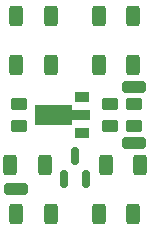
<source format=gbr>
G04 #@! TF.GenerationSoftware,KiCad,Pcbnew,(6.0.5)*
G04 #@! TF.CreationDate,2022-07-02T08:37:16+02:00*
G04 #@! TF.ProjectId,resistor_network,72657369-7374-46f7-925f-6e6574776f72,rev?*
G04 #@! TF.SameCoordinates,Original*
G04 #@! TF.FileFunction,Paste,Top*
G04 #@! TF.FilePolarity,Positive*
%FSLAX46Y46*%
G04 Gerber Fmt 4.6, Leading zero omitted, Abs format (unit mm)*
G04 Created by KiCad (PCBNEW (6.0.5)) date 2022-07-02 08:37:16*
%MOMM*%
%LPD*%
G01*
G04 APERTURE LIST*
G04 Aperture macros list*
%AMRoundRect*
0 Rectangle with rounded corners*
0 $1 Rounding radius*
0 $2 $3 $4 $5 $6 $7 $8 $9 X,Y pos of 4 corners*
0 Add a 4 corners polygon primitive as box body*
4,1,4,$2,$3,$4,$5,$6,$7,$8,$9,$2,$3,0*
0 Add four circle primitives for the rounded corners*
1,1,$1+$1,$2,$3*
1,1,$1+$1,$4,$5*
1,1,$1+$1,$6,$7*
1,1,$1+$1,$8,$9*
0 Add four rect primitives between the rounded corners*
20,1,$1+$1,$2,$3,$4,$5,0*
20,1,$1+$1,$4,$5,$6,$7,0*
20,1,$1+$1,$6,$7,$8,$9,0*
20,1,$1+$1,$8,$9,$2,$3,0*%
%AMFreePoly0*
4,1,9,3.862500,-0.866500,0.737500,-0.866500,0.737500,-0.450000,-0.737500,-0.450000,-0.737500,0.450000,0.737500,0.450000,0.737500,0.866500,3.862500,0.866500,3.862500,-0.866500,3.862500,-0.866500,$1*%
G04 Aperture macros list end*
%ADD10RoundRect,0.250000X-0.312500X-0.625000X0.312500X-0.625000X0.312500X0.625000X-0.312500X0.625000X0*%
%ADD11RoundRect,0.250000X0.450000X-0.262500X0.450000X0.262500X-0.450000X0.262500X-0.450000X-0.262500X0*%
%ADD12RoundRect,0.250000X0.750000X-0.250000X0.750000X0.250000X-0.750000X0.250000X-0.750000X-0.250000X0*%
%ADD13RoundRect,0.150000X0.150000X-0.587500X0.150000X0.587500X-0.150000X0.587500X-0.150000X-0.587500X0*%
%ADD14RoundRect,0.250000X-0.450000X0.262500X-0.450000X-0.262500X0.450000X-0.262500X0.450000X0.262500X0*%
%ADD15R,1.300000X0.900000*%
%ADD16FreePoly0,180.000000*%
G04 APERTURE END LIST*
D10*
G04 #@! TO.C,R5*
X137037500Y-91300000D03*
X139962500Y-91300000D03*
G04 #@! TD*
G04 #@! TO.C,R2*
X137037500Y-87100000D03*
X139962500Y-87100000D03*
G04 #@! TD*
D11*
G04 #@! TO.C,R1*
X147000000Y-96412500D03*
X147000000Y-94587500D03*
G04 #@! TD*
D10*
G04 #@! TO.C,R10*
X144037500Y-103900000D03*
X146962500Y-103900000D03*
G04 #@! TD*
G04 #@! TO.C,R6*
X144037500Y-91300000D03*
X146962500Y-91300000D03*
G04 #@! TD*
G04 #@! TO.C,R9*
X137037500Y-103900000D03*
X139962500Y-103900000D03*
G04 #@! TD*
D12*
G04 #@! TO.C,J3*
X137000000Y-101800000D03*
G04 #@! TD*
G04 #@! TO.C,J2*
X147000000Y-93150000D03*
G04 #@! TD*
D13*
G04 #@! TO.C,Q1*
X141050000Y-100887500D03*
X142950000Y-100887500D03*
X142000000Y-99012500D03*
G04 #@! TD*
D10*
G04 #@! TO.C,R8*
X144637500Y-99700000D03*
X147562500Y-99700000D03*
G04 #@! TD*
G04 #@! TO.C,R7*
X136537500Y-99700000D03*
X139462500Y-99700000D03*
G04 #@! TD*
G04 #@! TO.C,R3*
X144037500Y-87100000D03*
X146962500Y-87100000D03*
G04 #@! TD*
D14*
G04 #@! TO.C,R4*
X137250000Y-94587500D03*
X137250000Y-96412500D03*
G04 #@! TD*
D15*
G04 #@! TO.C,Q2*
X142587500Y-97000000D03*
D16*
X142500000Y-95500000D03*
D15*
X142587500Y-94000000D03*
G04 #@! TD*
D11*
G04 #@! TO.C,TH1*
X145000000Y-96412500D03*
X145000000Y-94587500D03*
G04 #@! TD*
D12*
G04 #@! TO.C,J1*
X147000000Y-97850000D03*
G04 #@! TD*
M02*

</source>
